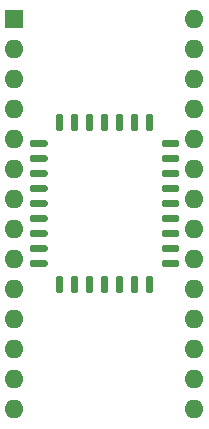
<source format=gbr>
%TF.GenerationSoftware,KiCad,Pcbnew,5.1.12-84ad8e8a86~92~ubuntu18.04.1*%
%TF.CreationDate,2023-06-24T13:51:17+02:00*%
%TF.ProjectId,EPROM-27512-GLS27SF512,4550524f-4d2d-4323-9735-31322d474c53,r2*%
%TF.SameCoordinates,Original*%
%TF.FileFunction,Soldermask,Top*%
%TF.FilePolarity,Negative*%
%FSLAX46Y46*%
G04 Gerber Fmt 4.6, Leading zero omitted, Abs format (unit mm)*
G04 Created by KiCad (PCBNEW 5.1.12-84ad8e8a86~92~ubuntu18.04.1) date 2023-06-24 13:51:17*
%MOMM*%
%LPD*%
G01*
G04 APERTURE LIST*
%ADD10R,1.600000X1.600000*%
%ADD11O,1.600000X1.600000*%
G04 APERTURE END LIST*
D10*
%TO.C,U101*%
X86952401Y-69723201D03*
D11*
X102192401Y-102743201D03*
X86952401Y-72263201D03*
X102192401Y-100203201D03*
X86952401Y-74803201D03*
X102192401Y-97663201D03*
X86952401Y-77343201D03*
X102192401Y-95123201D03*
X86952401Y-79883201D03*
X102192401Y-92583201D03*
X86952401Y-82423201D03*
X102192401Y-90043201D03*
X86952401Y-84963201D03*
X102192401Y-87503201D03*
X86952401Y-87503201D03*
X102192401Y-84963201D03*
X86952401Y-90043201D03*
X102192401Y-82423201D03*
X86952401Y-92583201D03*
X102192401Y-79883201D03*
X86952401Y-95123201D03*
X102192401Y-77343201D03*
X86952401Y-97663201D03*
X102192401Y-74803201D03*
X86952401Y-100203201D03*
X102192401Y-72263201D03*
X86952401Y-102743201D03*
X102192401Y-69723201D03*
%TD*%
%TO.C,U102*%
G36*
G01*
X94289600Y-79068600D02*
X94289600Y-77893600D01*
G75*
G02*
X94439600Y-77743600I150000J0D01*
G01*
X94739600Y-77743600D01*
G75*
G02*
X94889600Y-77893600I0J-150000D01*
G01*
X94889600Y-79068600D01*
G75*
G02*
X94739600Y-79218600I-150000J0D01*
G01*
X94439600Y-79218600D01*
G75*
G02*
X94289600Y-79068600I0J150000D01*
G01*
G37*
G36*
G01*
X93019600Y-79068600D02*
X93019600Y-77893600D01*
G75*
G02*
X93169600Y-77743600I150000J0D01*
G01*
X93469600Y-77743600D01*
G75*
G02*
X93619600Y-77893600I0J-150000D01*
G01*
X93619600Y-79068600D01*
G75*
G02*
X93469600Y-79218600I-150000J0D01*
G01*
X93169600Y-79218600D01*
G75*
G02*
X93019600Y-79068600I0J150000D01*
G01*
G37*
G36*
G01*
X91749600Y-79068600D02*
X91749600Y-77893600D01*
G75*
G02*
X91899600Y-77743600I150000J0D01*
G01*
X92199600Y-77743600D01*
G75*
G02*
X92349600Y-77893600I0J-150000D01*
G01*
X92349600Y-79068600D01*
G75*
G02*
X92199600Y-79218600I-150000J0D01*
G01*
X91899600Y-79218600D01*
G75*
G02*
X91749600Y-79068600I0J150000D01*
G01*
G37*
G36*
G01*
X90479600Y-79068600D02*
X90479600Y-77893600D01*
G75*
G02*
X90629600Y-77743600I150000J0D01*
G01*
X90929600Y-77743600D01*
G75*
G02*
X91079600Y-77893600I0J-150000D01*
G01*
X91079600Y-79068600D01*
G75*
G02*
X90929600Y-79218600I-150000J0D01*
G01*
X90629600Y-79218600D01*
G75*
G02*
X90479600Y-79068600I0J150000D01*
G01*
G37*
G36*
G01*
X88289600Y-80388600D02*
X88289600Y-80088600D01*
G75*
G02*
X88439600Y-79938600I150000J0D01*
G01*
X89614600Y-79938600D01*
G75*
G02*
X89764600Y-80088600I0J-150000D01*
G01*
X89764600Y-80388600D01*
G75*
G02*
X89614600Y-80538600I-150000J0D01*
G01*
X88439600Y-80538600D01*
G75*
G02*
X88289600Y-80388600I0J150000D01*
G01*
G37*
G36*
G01*
X88289600Y-81658600D02*
X88289600Y-81358600D01*
G75*
G02*
X88439600Y-81208600I150000J0D01*
G01*
X89614600Y-81208600D01*
G75*
G02*
X89764600Y-81358600I0J-150000D01*
G01*
X89764600Y-81658600D01*
G75*
G02*
X89614600Y-81808600I-150000J0D01*
G01*
X88439600Y-81808600D01*
G75*
G02*
X88289600Y-81658600I0J150000D01*
G01*
G37*
G36*
G01*
X88289600Y-82928600D02*
X88289600Y-82628600D01*
G75*
G02*
X88439600Y-82478600I150000J0D01*
G01*
X89614600Y-82478600D01*
G75*
G02*
X89764600Y-82628600I0J-150000D01*
G01*
X89764600Y-82928600D01*
G75*
G02*
X89614600Y-83078600I-150000J0D01*
G01*
X88439600Y-83078600D01*
G75*
G02*
X88289600Y-82928600I0J150000D01*
G01*
G37*
G36*
G01*
X88289600Y-84198600D02*
X88289600Y-83898600D01*
G75*
G02*
X88439600Y-83748600I150000J0D01*
G01*
X89614600Y-83748600D01*
G75*
G02*
X89764600Y-83898600I0J-150000D01*
G01*
X89764600Y-84198600D01*
G75*
G02*
X89614600Y-84348600I-150000J0D01*
G01*
X88439600Y-84348600D01*
G75*
G02*
X88289600Y-84198600I0J150000D01*
G01*
G37*
G36*
G01*
X88289600Y-85468600D02*
X88289600Y-85168600D01*
G75*
G02*
X88439600Y-85018600I150000J0D01*
G01*
X89614600Y-85018600D01*
G75*
G02*
X89764600Y-85168600I0J-150000D01*
G01*
X89764600Y-85468600D01*
G75*
G02*
X89614600Y-85618600I-150000J0D01*
G01*
X88439600Y-85618600D01*
G75*
G02*
X88289600Y-85468600I0J150000D01*
G01*
G37*
G36*
G01*
X88289600Y-86738600D02*
X88289600Y-86438600D01*
G75*
G02*
X88439600Y-86288600I150000J0D01*
G01*
X89614600Y-86288600D01*
G75*
G02*
X89764600Y-86438600I0J-150000D01*
G01*
X89764600Y-86738600D01*
G75*
G02*
X89614600Y-86888600I-150000J0D01*
G01*
X88439600Y-86888600D01*
G75*
G02*
X88289600Y-86738600I0J150000D01*
G01*
G37*
G36*
G01*
X88289600Y-88008600D02*
X88289600Y-87708600D01*
G75*
G02*
X88439600Y-87558600I150000J0D01*
G01*
X89614600Y-87558600D01*
G75*
G02*
X89764600Y-87708600I0J-150000D01*
G01*
X89764600Y-88008600D01*
G75*
G02*
X89614600Y-88158600I-150000J0D01*
G01*
X88439600Y-88158600D01*
G75*
G02*
X88289600Y-88008600I0J150000D01*
G01*
G37*
G36*
G01*
X88289600Y-89278600D02*
X88289600Y-88978600D01*
G75*
G02*
X88439600Y-88828600I150000J0D01*
G01*
X89614600Y-88828600D01*
G75*
G02*
X89764600Y-88978600I0J-150000D01*
G01*
X89764600Y-89278600D01*
G75*
G02*
X89614600Y-89428600I-150000J0D01*
G01*
X88439600Y-89428600D01*
G75*
G02*
X88289600Y-89278600I0J150000D01*
G01*
G37*
G36*
G01*
X88289600Y-90548600D02*
X88289600Y-90248600D01*
G75*
G02*
X88439600Y-90098600I150000J0D01*
G01*
X89614600Y-90098600D01*
G75*
G02*
X89764600Y-90248600I0J-150000D01*
G01*
X89764600Y-90548600D01*
G75*
G02*
X89614600Y-90698600I-150000J0D01*
G01*
X88439600Y-90698600D01*
G75*
G02*
X88289600Y-90548600I0J150000D01*
G01*
G37*
G36*
G01*
X90479600Y-92743600D02*
X90479600Y-91568600D01*
G75*
G02*
X90629600Y-91418600I150000J0D01*
G01*
X90929600Y-91418600D01*
G75*
G02*
X91079600Y-91568600I0J-150000D01*
G01*
X91079600Y-92743600D01*
G75*
G02*
X90929600Y-92893600I-150000J0D01*
G01*
X90629600Y-92893600D01*
G75*
G02*
X90479600Y-92743600I0J150000D01*
G01*
G37*
G36*
G01*
X91749600Y-92743600D02*
X91749600Y-91568600D01*
G75*
G02*
X91899600Y-91418600I150000J0D01*
G01*
X92199600Y-91418600D01*
G75*
G02*
X92349600Y-91568600I0J-150000D01*
G01*
X92349600Y-92743600D01*
G75*
G02*
X92199600Y-92893600I-150000J0D01*
G01*
X91899600Y-92893600D01*
G75*
G02*
X91749600Y-92743600I0J150000D01*
G01*
G37*
G36*
G01*
X93019600Y-92743600D02*
X93019600Y-91568600D01*
G75*
G02*
X93169600Y-91418600I150000J0D01*
G01*
X93469600Y-91418600D01*
G75*
G02*
X93619600Y-91568600I0J-150000D01*
G01*
X93619600Y-92743600D01*
G75*
G02*
X93469600Y-92893600I-150000J0D01*
G01*
X93169600Y-92893600D01*
G75*
G02*
X93019600Y-92743600I0J150000D01*
G01*
G37*
G36*
G01*
X94289600Y-92743600D02*
X94289600Y-91568600D01*
G75*
G02*
X94439600Y-91418600I150000J0D01*
G01*
X94739600Y-91418600D01*
G75*
G02*
X94889600Y-91568600I0J-150000D01*
G01*
X94889600Y-92743600D01*
G75*
G02*
X94739600Y-92893600I-150000J0D01*
G01*
X94439600Y-92893600D01*
G75*
G02*
X94289600Y-92743600I0J150000D01*
G01*
G37*
G36*
G01*
X95559600Y-92743600D02*
X95559600Y-91568600D01*
G75*
G02*
X95709600Y-91418600I150000J0D01*
G01*
X96009600Y-91418600D01*
G75*
G02*
X96159600Y-91568600I0J-150000D01*
G01*
X96159600Y-92743600D01*
G75*
G02*
X96009600Y-92893600I-150000J0D01*
G01*
X95709600Y-92893600D01*
G75*
G02*
X95559600Y-92743600I0J150000D01*
G01*
G37*
G36*
G01*
X96829600Y-92743600D02*
X96829600Y-91568600D01*
G75*
G02*
X96979600Y-91418600I150000J0D01*
G01*
X97279600Y-91418600D01*
G75*
G02*
X97429600Y-91568600I0J-150000D01*
G01*
X97429600Y-92743600D01*
G75*
G02*
X97279600Y-92893600I-150000J0D01*
G01*
X96979600Y-92893600D01*
G75*
G02*
X96829600Y-92743600I0J150000D01*
G01*
G37*
G36*
G01*
X98099600Y-92743600D02*
X98099600Y-91568600D01*
G75*
G02*
X98249600Y-91418600I150000J0D01*
G01*
X98549600Y-91418600D01*
G75*
G02*
X98699600Y-91568600I0J-150000D01*
G01*
X98699600Y-92743600D01*
G75*
G02*
X98549600Y-92893600I-150000J0D01*
G01*
X98249600Y-92893600D01*
G75*
G02*
X98099600Y-92743600I0J150000D01*
G01*
G37*
G36*
G01*
X99414600Y-90548600D02*
X99414600Y-90248600D01*
G75*
G02*
X99564600Y-90098600I150000J0D01*
G01*
X100739600Y-90098600D01*
G75*
G02*
X100889600Y-90248600I0J-150000D01*
G01*
X100889600Y-90548600D01*
G75*
G02*
X100739600Y-90698600I-150000J0D01*
G01*
X99564600Y-90698600D01*
G75*
G02*
X99414600Y-90548600I0J150000D01*
G01*
G37*
G36*
G01*
X99414600Y-89278600D02*
X99414600Y-88978600D01*
G75*
G02*
X99564600Y-88828600I150000J0D01*
G01*
X100739600Y-88828600D01*
G75*
G02*
X100889600Y-88978600I0J-150000D01*
G01*
X100889600Y-89278600D01*
G75*
G02*
X100739600Y-89428600I-150000J0D01*
G01*
X99564600Y-89428600D01*
G75*
G02*
X99414600Y-89278600I0J150000D01*
G01*
G37*
G36*
G01*
X99414600Y-88008600D02*
X99414600Y-87708600D01*
G75*
G02*
X99564600Y-87558600I150000J0D01*
G01*
X100739600Y-87558600D01*
G75*
G02*
X100889600Y-87708600I0J-150000D01*
G01*
X100889600Y-88008600D01*
G75*
G02*
X100739600Y-88158600I-150000J0D01*
G01*
X99564600Y-88158600D01*
G75*
G02*
X99414600Y-88008600I0J150000D01*
G01*
G37*
G36*
G01*
X99414600Y-86738600D02*
X99414600Y-86438600D01*
G75*
G02*
X99564600Y-86288600I150000J0D01*
G01*
X100739600Y-86288600D01*
G75*
G02*
X100889600Y-86438600I0J-150000D01*
G01*
X100889600Y-86738600D01*
G75*
G02*
X100739600Y-86888600I-150000J0D01*
G01*
X99564600Y-86888600D01*
G75*
G02*
X99414600Y-86738600I0J150000D01*
G01*
G37*
G36*
G01*
X99414600Y-85468600D02*
X99414600Y-85168600D01*
G75*
G02*
X99564600Y-85018600I150000J0D01*
G01*
X100739600Y-85018600D01*
G75*
G02*
X100889600Y-85168600I0J-150000D01*
G01*
X100889600Y-85468600D01*
G75*
G02*
X100739600Y-85618600I-150000J0D01*
G01*
X99564600Y-85618600D01*
G75*
G02*
X99414600Y-85468600I0J150000D01*
G01*
G37*
G36*
G01*
X99414600Y-84198600D02*
X99414600Y-83898600D01*
G75*
G02*
X99564600Y-83748600I150000J0D01*
G01*
X100739600Y-83748600D01*
G75*
G02*
X100889600Y-83898600I0J-150000D01*
G01*
X100889600Y-84198600D01*
G75*
G02*
X100739600Y-84348600I-150000J0D01*
G01*
X99564600Y-84348600D01*
G75*
G02*
X99414600Y-84198600I0J150000D01*
G01*
G37*
G36*
G01*
X99414600Y-82928600D02*
X99414600Y-82628600D01*
G75*
G02*
X99564600Y-82478600I150000J0D01*
G01*
X100739600Y-82478600D01*
G75*
G02*
X100889600Y-82628600I0J-150000D01*
G01*
X100889600Y-82928600D01*
G75*
G02*
X100739600Y-83078600I-150000J0D01*
G01*
X99564600Y-83078600D01*
G75*
G02*
X99414600Y-82928600I0J150000D01*
G01*
G37*
G36*
G01*
X99414600Y-81658600D02*
X99414600Y-81358600D01*
G75*
G02*
X99564600Y-81208600I150000J0D01*
G01*
X100739600Y-81208600D01*
G75*
G02*
X100889600Y-81358600I0J-150000D01*
G01*
X100889600Y-81658600D01*
G75*
G02*
X100739600Y-81808600I-150000J0D01*
G01*
X99564600Y-81808600D01*
G75*
G02*
X99414600Y-81658600I0J150000D01*
G01*
G37*
G36*
G01*
X99414600Y-80388600D02*
X99414600Y-80088600D01*
G75*
G02*
X99564600Y-79938600I150000J0D01*
G01*
X100739600Y-79938600D01*
G75*
G02*
X100889600Y-80088600I0J-150000D01*
G01*
X100889600Y-80388600D01*
G75*
G02*
X100739600Y-80538600I-150000J0D01*
G01*
X99564600Y-80538600D01*
G75*
G02*
X99414600Y-80388600I0J150000D01*
G01*
G37*
G36*
G01*
X98099600Y-79068600D02*
X98099600Y-77893600D01*
G75*
G02*
X98249600Y-77743600I150000J0D01*
G01*
X98549600Y-77743600D01*
G75*
G02*
X98699600Y-77893600I0J-150000D01*
G01*
X98699600Y-79068600D01*
G75*
G02*
X98549600Y-79218600I-150000J0D01*
G01*
X98249600Y-79218600D01*
G75*
G02*
X98099600Y-79068600I0J150000D01*
G01*
G37*
G36*
G01*
X96829600Y-79068600D02*
X96829600Y-77893600D01*
G75*
G02*
X96979600Y-77743600I150000J0D01*
G01*
X97279600Y-77743600D01*
G75*
G02*
X97429600Y-77893600I0J-150000D01*
G01*
X97429600Y-79068600D01*
G75*
G02*
X97279600Y-79218600I-150000J0D01*
G01*
X96979600Y-79218600D01*
G75*
G02*
X96829600Y-79068600I0J150000D01*
G01*
G37*
G36*
G01*
X95559600Y-79068600D02*
X95559600Y-77893600D01*
G75*
G02*
X95709600Y-77743600I150000J0D01*
G01*
X96009600Y-77743600D01*
G75*
G02*
X96159600Y-77893600I0J-150000D01*
G01*
X96159600Y-79068600D01*
G75*
G02*
X96009600Y-79218600I-150000J0D01*
G01*
X95709600Y-79218600D01*
G75*
G02*
X95559600Y-79068600I0J150000D01*
G01*
G37*
%TD*%
M02*

</source>
